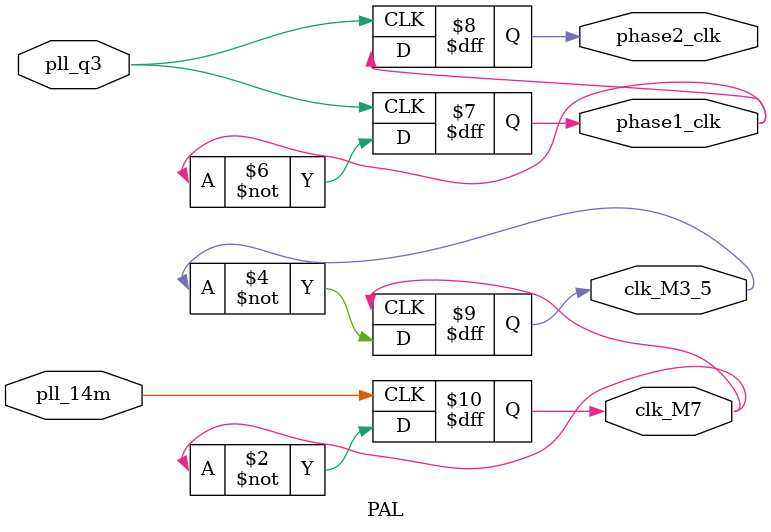
<source format=sv>
module PAL (input pll_14m, pll_q3,
				output clk_M7, clk_M3_5, phase1_clk, phase2_clk);
							

//~7 MHz
 always_ff @ (posedge pll_14m)
    begin 
       clk_M7 <= ~ (clk_M7);
    end
	 
//~3.5 MHz
always_ff @ (posedge clk_M7)
	begin
		clk_M3_5 <= ~ (clk_M3_5);
	end

//1.0227 MHz
always_ff @ (posedge pll_q3)
	begin
		phase1_clk <= ~ (phase1_clk);
		phase2_clk <= phase1_clk;
	end
	
	
endmodule

</source>
